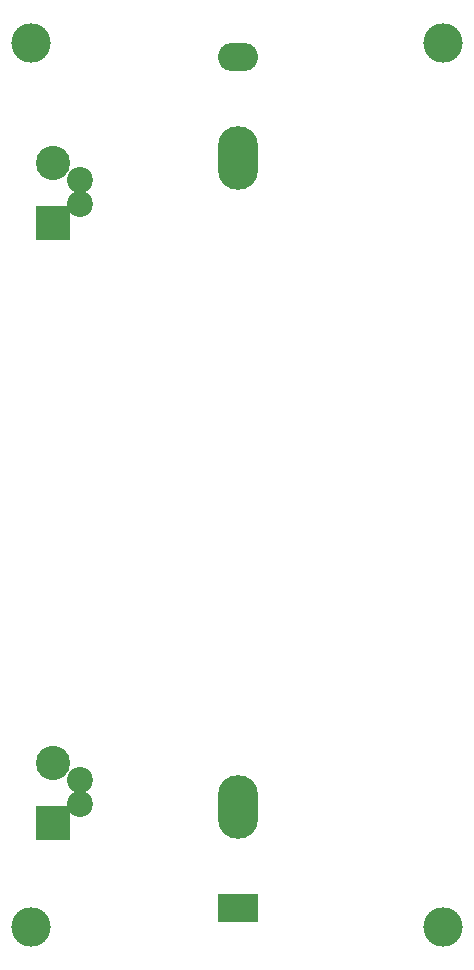
<source format=gbr>
G04 #@! TF.GenerationSoftware,KiCad,Pcbnew,(5.1.0)-1*
G04 #@! TF.CreationDate,2020-11-16T17:57:16+00:00*
G04 #@! TF.ProjectId,SolarCharger2020,536f6c61-7243-4686-9172-676572323032,rev?*
G04 #@! TF.SameCoordinates,PX5d42830PY7b89fa0*
G04 #@! TF.FileFunction,Soldermask,Bot*
G04 #@! TF.FilePolarity,Negative*
%FSLAX46Y46*%
G04 Gerber Fmt 4.6, Leading zero omitted, Abs format (unit mm)*
G04 Created by KiCad (PCBNEW (5.1.0)-1) date 2020-11-16 17:57:16*
%MOMM*%
%LPD*%
G04 APERTURE LIST*
%ADD10O,3.400000X5.400000*%
%ADD11R,3.400000X2.400000*%
%ADD12O,3.400000X2.400000*%
%ADD13C,2.200000*%
%ADD14C,2.899360*%
%ADD15R,2.899360X2.899360*%
%ADD16C,3.334700*%
G04 APERTURE END LIST*
D10*
X39165000Y63960000D03*
D11*
X39165000Y460000D03*
D12*
X39165000Y72460000D03*
D10*
X39165000Y8960000D03*
D13*
X25781000Y62103000D03*
X25781000Y60071000D03*
D14*
X23495000Y63500000D03*
D15*
X23495000Y58420000D03*
D13*
X25781000Y11303000D03*
X25781000Y9271000D03*
D14*
X23495000Y12700000D03*
D15*
X23495000Y7620000D03*
D16*
X21656293Y73695520D03*
X56549919Y73695520D03*
X56549919Y-1198105D03*
X21656293Y-1198105D03*
M02*

</source>
